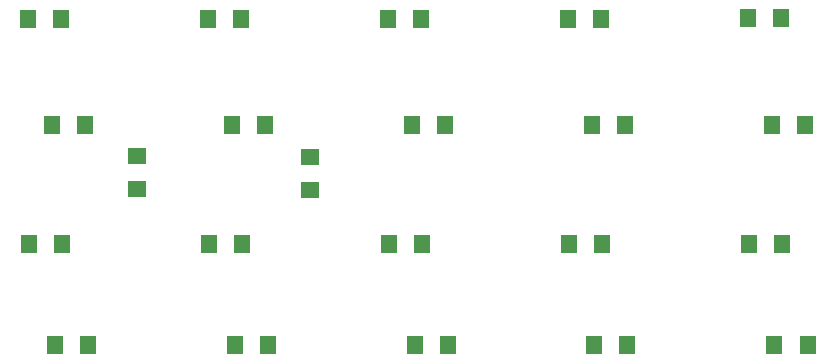
<source format=gbr>
G04 DipTrace 3.3.1.1*
G04 TopPaste.gbr*
%MOIN*%
G04 #@! TF.FileFunction,Paste,Top*
G04 #@! TF.Part,Single*
%ADD27R,0.062835X0.054961*%
%ADD29R,0.054961X0.062835*%
%FSLAX26Y26*%
G04*
G70*
G90*
G75*
G01*
G04 TopPaste*
%LPD*%
D29*
X3052829Y1731769D3*
X3163066D3*
X3131570Y1377438D3*
X3241806D3*
X3055891Y979829D3*
X3166127D3*
X3140753Y644289D3*
X3250990D3*
X2452451Y1730354D3*
X2562688D3*
X2531192Y1376024D3*
X2641428D3*
X2455513Y978415D3*
X2565749D3*
X2540375Y642874D3*
X2650612D3*
X1853049Y1730891D3*
X1963285D3*
X1931789Y1376560D3*
X2042025D3*
X1856110Y978951D3*
X1966346D3*
X1940972Y643411D3*
X2051209D3*
X1253486Y1730547D3*
X1363722D3*
X1332226Y1376217D3*
X1442462D3*
X1256547Y978608D3*
X1366783D3*
X1341409Y643067D3*
X1451646D3*
X652938Y1730563D3*
X763175D3*
X731678Y1376232D3*
X841915D3*
X656000Y978623D3*
X766236D3*
X740862Y643083D3*
X851098D3*
D27*
X1015428Y1162052D3*
Y1272289D3*
X1593713Y1159255D3*
Y1269491D3*
M02*

</source>
